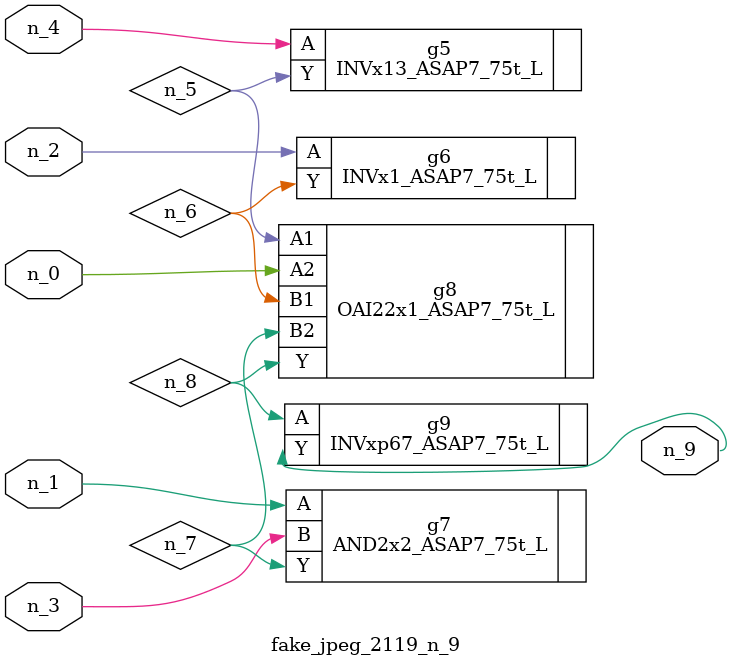
<source format=v>
module fake_jpeg_2119_n_9 (n_3, n_2, n_1, n_0, n_4, n_9);

input n_3;
input n_2;
input n_1;
input n_0;
input n_4;

output n_9;

wire n_8;
wire n_6;
wire n_5;
wire n_7;

INVx13_ASAP7_75t_L g5 ( 
.A(n_4),
.Y(n_5)
);

INVx1_ASAP7_75t_L g6 ( 
.A(n_2),
.Y(n_6)
);

AND2x2_ASAP7_75t_L g7 ( 
.A(n_1),
.B(n_3),
.Y(n_7)
);

OAI22x1_ASAP7_75t_L g8 ( 
.A1(n_5),
.A2(n_0),
.B1(n_6),
.B2(n_7),
.Y(n_8)
);

INVxp67_ASAP7_75t_L g9 ( 
.A(n_8),
.Y(n_9)
);


endmodule
</source>
